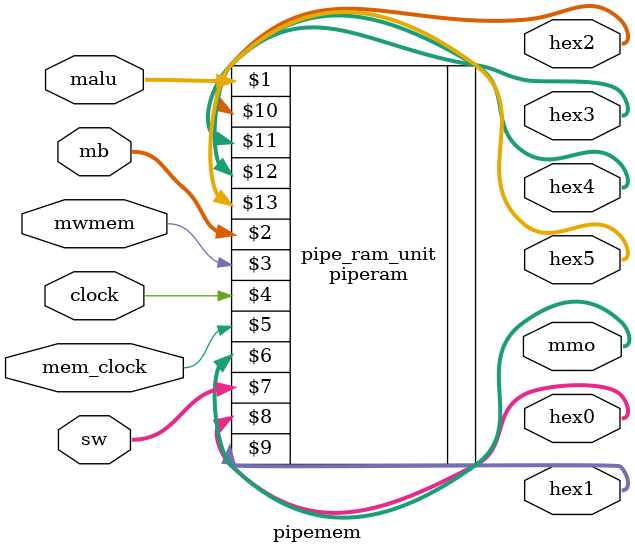
<source format=v>
module pipemem(mwmem,malu,mb,clock,mem_clock,mmo, sw, hex0, hex1, hex2, hex3, hex4, hex5);
	input 			mwmem, clock, mem_clock;
	input	 [31:0]	malu, mb;
	input  [9:0]	sw;
	output [31:0]	mmo;
	output [6:0]	hex0, hex1, hex2, hex3, hex4, hex5;
	
	
	piperam pipe_ram_unit(malu, mb, mwmem, clock, mem_clock, mmo, sw, hex0, hex1, hex2, hex3, hex4, hex5);
	
endmodule

</source>
